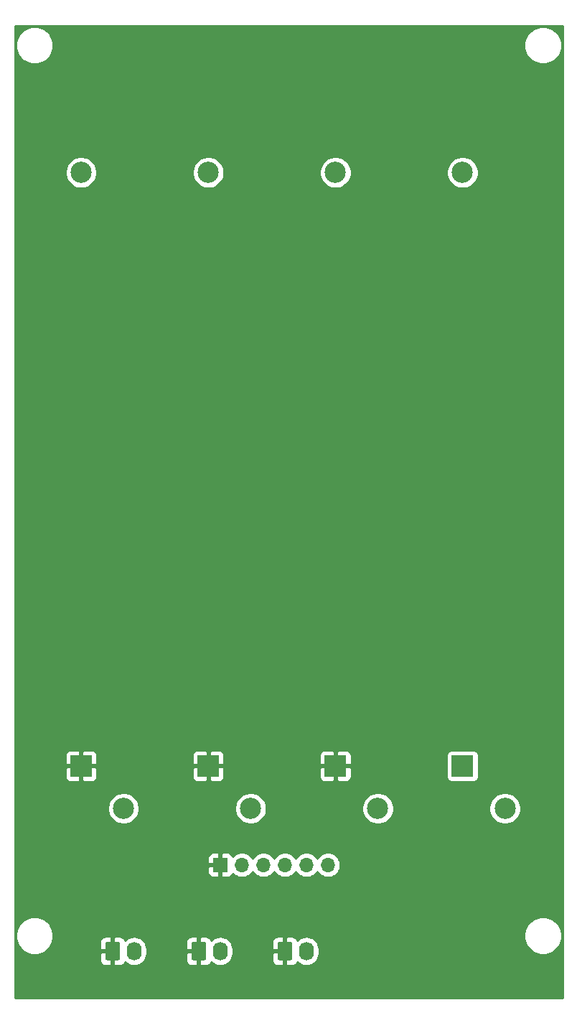
<source format=gbr>
%TF.GenerationSoftware,KiCad,Pcbnew,5.1.10-88a1d61d58~90~ubuntu20.04.1*%
%TF.CreationDate,2021-08-07T12:40:56-04:00*%
%TF.ProjectId,ao_audio_mixer,616f5f61-7564-4696-9f5f-6d697865722e,rev?*%
%TF.SameCoordinates,Original*%
%TF.FileFunction,Copper,L2,Bot*%
%TF.FilePolarity,Positive*%
%FSLAX46Y46*%
G04 Gerber Fmt 4.6, Leading zero omitted, Abs format (unit mm)*
G04 Created by KiCad (PCBNEW 5.1.10-88a1d61d58~90~ubuntu20.04.1) date 2021-08-07 12:40:56*
%MOMM*%
%LPD*%
G01*
G04 APERTURE LIST*
%TA.AperFunction,ComponentPad*%
%ADD10R,2.500000X2.500000*%
%TD*%
%TA.AperFunction,ComponentPad*%
%ADD11C,2.500000*%
%TD*%
%TA.AperFunction,ComponentPad*%
%ADD12O,1.700000X1.700000*%
%TD*%
%TA.AperFunction,ComponentPad*%
%ADD13R,1.700000X1.700000*%
%TD*%
%TA.AperFunction,ComponentPad*%
%ADD14O,1.740000X2.200000*%
%TD*%
%TA.AperFunction,Conductor*%
%ADD15C,0.254000*%
%TD*%
%TA.AperFunction,Conductor*%
%ADD16C,0.100000*%
%TD*%
G04 APERTURE END LIST*
D10*
%TO.P,RV4,1*%
%TO.N,GND1*%
X195500000Y-124000000D03*
D11*
%TO.P,RV4,2*%
%TO.N,Net-(J5-Pad4)*%
X200500000Y-129000000D03*
%TO.P,RV4,3*%
%TO.N,/IN3*%
X195500000Y-54000000D03*
%TD*%
D12*
%TO.P,J5,6*%
%TO.N,Net-(J5-Pad6)*%
X194620000Y-135680000D03*
%TO.P,J5,5*%
%TO.N,Net-(J5-Pad5)*%
X192080000Y-135680000D03*
%TO.P,J5,4*%
%TO.N,Net-(J5-Pad4)*%
X189540000Y-135680000D03*
%TO.P,J5,3*%
%TO.N,Net-(J5-Pad3)*%
X187000000Y-135680000D03*
%TO.P,J5,2*%
%TO.N,Net-(J5-Pad2)*%
X184460000Y-135680000D03*
D13*
%TO.P,J5,1*%
%TO.N,GND1*%
X181920000Y-135680000D03*
%TD*%
%TO.P,J2,1*%
%TO.N,GND1*%
%TA.AperFunction,ComponentPad*%
G36*
G01*
X178510000Y-146690001D02*
X178510000Y-144989999D01*
G75*
G02*
X178759999Y-144740000I249999J0D01*
G01*
X180000001Y-144740000D01*
G75*
G02*
X180250000Y-144989999I0J-249999D01*
G01*
X180250000Y-146690001D01*
G75*
G02*
X180000001Y-146940000I-249999J0D01*
G01*
X178759999Y-146940000D01*
G75*
G02*
X178510000Y-146690001I0J249999D01*
G01*
G37*
%TD.AperFunction*%
D14*
%TO.P,J2,2*%
%TO.N,/IN2*%
X181920000Y-145840000D03*
%TD*%
%TO.P,J1,1*%
%TO.N,GND1*%
%TA.AperFunction,ComponentPad*%
G36*
G01*
X168350000Y-146690001D02*
X168350000Y-144989999D01*
G75*
G02*
X168599999Y-144740000I249999J0D01*
G01*
X169840001Y-144740000D01*
G75*
G02*
X170090000Y-144989999I0J-249999D01*
G01*
X170090000Y-146690001D01*
G75*
G02*
X169840001Y-146940000I-249999J0D01*
G01*
X168599999Y-146940000D01*
G75*
G02*
X168350000Y-146690001I0J249999D01*
G01*
G37*
%TD.AperFunction*%
%TO.P,J1,2*%
%TO.N,/IN1*%
X171760000Y-145840000D03*
%TD*%
D10*
%TO.P,RV1,1*%
%TO.N,Net-(J5-Pad5)*%
X210500000Y-124000000D03*
D11*
%TO.P,RV1,2*%
%TO.N,Net-(J5-Pad6)*%
X215500000Y-129000000D03*
%TO.P,RV1,3*%
X210500000Y-54000000D03*
%TD*%
D10*
%TO.P,RV2,1*%
%TO.N,GND1*%
X165500000Y-124000000D03*
D11*
%TO.P,RV2,2*%
%TO.N,Net-(J5-Pad2)*%
X170500000Y-129000000D03*
%TO.P,RV2,3*%
%TO.N,/IN1*%
X165500000Y-54000000D03*
%TD*%
D10*
%TO.P,RV3,1*%
%TO.N,GND1*%
X180500000Y-124000000D03*
D11*
%TO.P,RV3,2*%
%TO.N,Net-(J5-Pad3)*%
X185500000Y-129000000D03*
%TO.P,RV3,3*%
%TO.N,/IN2*%
X180500000Y-54000000D03*
%TD*%
%TO.P,J3,1*%
%TO.N,GND1*%
%TA.AperFunction,ComponentPad*%
G36*
G01*
X188670000Y-146690001D02*
X188670000Y-144989999D01*
G75*
G02*
X188919999Y-144740000I249999J0D01*
G01*
X190160001Y-144740000D01*
G75*
G02*
X190410000Y-144989999I0J-249999D01*
G01*
X190410000Y-146690001D01*
G75*
G02*
X190160001Y-146940000I-249999J0D01*
G01*
X188919999Y-146940000D01*
G75*
G02*
X188670000Y-146690001I0J249999D01*
G01*
G37*
%TD.AperFunction*%
D14*
%TO.P,J3,2*%
%TO.N,/IN3*%
X192080000Y-145840000D03*
%TD*%
D15*
%TO.N,GND1*%
X222315001Y-151315000D02*
X157685000Y-151315000D01*
X157685000Y-146940000D01*
X167711928Y-146940000D01*
X167724188Y-147064482D01*
X167760498Y-147184180D01*
X167819463Y-147294494D01*
X167898815Y-147391185D01*
X167995506Y-147470537D01*
X168105820Y-147529502D01*
X168225518Y-147565812D01*
X168350000Y-147578072D01*
X168934250Y-147575000D01*
X169093000Y-147416250D01*
X169093000Y-145967000D01*
X167873750Y-145967000D01*
X167715000Y-146125750D01*
X167711928Y-146940000D01*
X157685000Y-146940000D01*
X157685000Y-143779872D01*
X157765000Y-143779872D01*
X157765000Y-144220128D01*
X157850890Y-144651925D01*
X158019369Y-145058669D01*
X158263962Y-145424729D01*
X158575271Y-145736038D01*
X158941331Y-145980631D01*
X159348075Y-146149110D01*
X159779872Y-146235000D01*
X160220128Y-146235000D01*
X160651925Y-146149110D01*
X161058669Y-145980631D01*
X161424729Y-145736038D01*
X161736038Y-145424729D01*
X161980631Y-145058669D01*
X162112628Y-144740000D01*
X167711928Y-144740000D01*
X167715000Y-145554250D01*
X167873750Y-145713000D01*
X169093000Y-145713000D01*
X169093000Y-144263750D01*
X169347000Y-144263750D01*
X169347000Y-145713000D01*
X169367000Y-145713000D01*
X169367000Y-145967000D01*
X169347000Y-145967000D01*
X169347000Y-147416250D01*
X169505750Y-147575000D01*
X170090000Y-147578072D01*
X170214482Y-147565812D01*
X170334180Y-147529502D01*
X170444494Y-147470537D01*
X170541185Y-147391185D01*
X170620537Y-147294494D01*
X170679502Y-147184180D01*
X170692615Y-147140953D01*
X170919822Y-147327417D01*
X171181276Y-147467166D01*
X171464969Y-147553224D01*
X171760000Y-147582282D01*
X172055032Y-147553224D01*
X172338725Y-147467166D01*
X172600179Y-147327417D01*
X172829345Y-147139345D01*
X172992943Y-146940000D01*
X177871928Y-146940000D01*
X177884188Y-147064482D01*
X177920498Y-147184180D01*
X177979463Y-147294494D01*
X178058815Y-147391185D01*
X178155506Y-147470537D01*
X178265820Y-147529502D01*
X178385518Y-147565812D01*
X178510000Y-147578072D01*
X179094250Y-147575000D01*
X179253000Y-147416250D01*
X179253000Y-145967000D01*
X178033750Y-145967000D01*
X177875000Y-146125750D01*
X177871928Y-146940000D01*
X172992943Y-146940000D01*
X173017417Y-146910179D01*
X173157166Y-146648724D01*
X173243224Y-146365031D01*
X173265000Y-146143935D01*
X173265000Y-145536064D01*
X173243224Y-145314968D01*
X173157166Y-145031275D01*
X173017417Y-144769821D01*
X172992944Y-144740000D01*
X177871928Y-144740000D01*
X177875000Y-145554250D01*
X178033750Y-145713000D01*
X179253000Y-145713000D01*
X179253000Y-144263750D01*
X179507000Y-144263750D01*
X179507000Y-145713000D01*
X179527000Y-145713000D01*
X179527000Y-145967000D01*
X179507000Y-145967000D01*
X179507000Y-147416250D01*
X179665750Y-147575000D01*
X180250000Y-147578072D01*
X180374482Y-147565812D01*
X180494180Y-147529502D01*
X180604494Y-147470537D01*
X180701185Y-147391185D01*
X180780537Y-147294494D01*
X180839502Y-147184180D01*
X180852615Y-147140953D01*
X181079822Y-147327417D01*
X181341276Y-147467166D01*
X181624969Y-147553224D01*
X181920000Y-147582282D01*
X182215032Y-147553224D01*
X182498725Y-147467166D01*
X182760179Y-147327417D01*
X182989345Y-147139345D01*
X183152943Y-146940000D01*
X188031928Y-146940000D01*
X188044188Y-147064482D01*
X188080498Y-147184180D01*
X188139463Y-147294494D01*
X188218815Y-147391185D01*
X188315506Y-147470537D01*
X188425820Y-147529502D01*
X188545518Y-147565812D01*
X188670000Y-147578072D01*
X189254250Y-147575000D01*
X189413000Y-147416250D01*
X189413000Y-145967000D01*
X188193750Y-145967000D01*
X188035000Y-146125750D01*
X188031928Y-146940000D01*
X183152943Y-146940000D01*
X183177417Y-146910179D01*
X183317166Y-146648724D01*
X183403224Y-146365031D01*
X183425000Y-146143935D01*
X183425000Y-145536064D01*
X183403224Y-145314968D01*
X183317166Y-145031275D01*
X183177417Y-144769821D01*
X183152944Y-144740000D01*
X188031928Y-144740000D01*
X188035000Y-145554250D01*
X188193750Y-145713000D01*
X189413000Y-145713000D01*
X189413000Y-144263750D01*
X189667000Y-144263750D01*
X189667000Y-145713000D01*
X189687000Y-145713000D01*
X189687000Y-145967000D01*
X189667000Y-145967000D01*
X189667000Y-147416250D01*
X189825750Y-147575000D01*
X190410000Y-147578072D01*
X190534482Y-147565812D01*
X190654180Y-147529502D01*
X190764494Y-147470537D01*
X190861185Y-147391185D01*
X190940537Y-147294494D01*
X190999502Y-147184180D01*
X191012615Y-147140953D01*
X191239822Y-147327417D01*
X191501276Y-147467166D01*
X191784969Y-147553224D01*
X192080000Y-147582282D01*
X192375032Y-147553224D01*
X192658725Y-147467166D01*
X192920179Y-147327417D01*
X193149345Y-147139345D01*
X193337417Y-146910179D01*
X193477166Y-146648724D01*
X193563224Y-146365031D01*
X193585000Y-146143935D01*
X193585000Y-145536064D01*
X193563224Y-145314968D01*
X193477166Y-145031275D01*
X193337417Y-144769821D01*
X193149345Y-144540655D01*
X192920178Y-144352583D01*
X192658724Y-144212834D01*
X192375031Y-144126776D01*
X192080000Y-144097718D01*
X191784968Y-144126776D01*
X191501275Y-144212834D01*
X191239821Y-144352583D01*
X191012615Y-144539047D01*
X190999502Y-144495820D01*
X190940537Y-144385506D01*
X190861185Y-144288815D01*
X190764494Y-144209463D01*
X190654180Y-144150498D01*
X190534482Y-144114188D01*
X190410000Y-144101928D01*
X189825750Y-144105000D01*
X189667000Y-144263750D01*
X189413000Y-144263750D01*
X189254250Y-144105000D01*
X188670000Y-144101928D01*
X188545518Y-144114188D01*
X188425820Y-144150498D01*
X188315506Y-144209463D01*
X188218815Y-144288815D01*
X188139463Y-144385506D01*
X188080498Y-144495820D01*
X188044188Y-144615518D01*
X188031928Y-144740000D01*
X183152944Y-144740000D01*
X182989345Y-144540655D01*
X182760178Y-144352583D01*
X182498724Y-144212834D01*
X182215031Y-144126776D01*
X181920000Y-144097718D01*
X181624968Y-144126776D01*
X181341275Y-144212834D01*
X181079821Y-144352583D01*
X180852615Y-144539047D01*
X180839502Y-144495820D01*
X180780537Y-144385506D01*
X180701185Y-144288815D01*
X180604494Y-144209463D01*
X180494180Y-144150498D01*
X180374482Y-144114188D01*
X180250000Y-144101928D01*
X179665750Y-144105000D01*
X179507000Y-144263750D01*
X179253000Y-144263750D01*
X179094250Y-144105000D01*
X178510000Y-144101928D01*
X178385518Y-144114188D01*
X178265820Y-144150498D01*
X178155506Y-144209463D01*
X178058815Y-144288815D01*
X177979463Y-144385506D01*
X177920498Y-144495820D01*
X177884188Y-144615518D01*
X177871928Y-144740000D01*
X172992944Y-144740000D01*
X172829345Y-144540655D01*
X172600178Y-144352583D01*
X172338724Y-144212834D01*
X172055031Y-144126776D01*
X171760000Y-144097718D01*
X171464968Y-144126776D01*
X171181275Y-144212834D01*
X170919821Y-144352583D01*
X170692615Y-144539047D01*
X170679502Y-144495820D01*
X170620537Y-144385506D01*
X170541185Y-144288815D01*
X170444494Y-144209463D01*
X170334180Y-144150498D01*
X170214482Y-144114188D01*
X170090000Y-144101928D01*
X169505750Y-144105000D01*
X169347000Y-144263750D01*
X169093000Y-144263750D01*
X168934250Y-144105000D01*
X168350000Y-144101928D01*
X168225518Y-144114188D01*
X168105820Y-144150498D01*
X167995506Y-144209463D01*
X167898815Y-144288815D01*
X167819463Y-144385506D01*
X167760498Y-144495820D01*
X167724188Y-144615518D01*
X167711928Y-144740000D01*
X162112628Y-144740000D01*
X162149110Y-144651925D01*
X162235000Y-144220128D01*
X162235000Y-143779872D01*
X217765000Y-143779872D01*
X217765000Y-144220128D01*
X217850890Y-144651925D01*
X218019369Y-145058669D01*
X218263962Y-145424729D01*
X218575271Y-145736038D01*
X218941331Y-145980631D01*
X219348075Y-146149110D01*
X219779872Y-146235000D01*
X220220128Y-146235000D01*
X220651925Y-146149110D01*
X221058669Y-145980631D01*
X221424729Y-145736038D01*
X221736038Y-145424729D01*
X221980631Y-145058669D01*
X222149110Y-144651925D01*
X222235000Y-144220128D01*
X222235000Y-143779872D01*
X222149110Y-143348075D01*
X221980631Y-142941331D01*
X221736038Y-142575271D01*
X221424729Y-142263962D01*
X221058669Y-142019369D01*
X220651925Y-141850890D01*
X220220128Y-141765000D01*
X219779872Y-141765000D01*
X219348075Y-141850890D01*
X218941331Y-142019369D01*
X218575271Y-142263962D01*
X218263962Y-142575271D01*
X218019369Y-142941331D01*
X217850890Y-143348075D01*
X217765000Y-143779872D01*
X162235000Y-143779872D01*
X162149110Y-143348075D01*
X161980631Y-142941331D01*
X161736038Y-142575271D01*
X161424729Y-142263962D01*
X161058669Y-142019369D01*
X160651925Y-141850890D01*
X160220128Y-141765000D01*
X159779872Y-141765000D01*
X159348075Y-141850890D01*
X158941331Y-142019369D01*
X158575271Y-142263962D01*
X158263962Y-142575271D01*
X158019369Y-142941331D01*
X157850890Y-143348075D01*
X157765000Y-143779872D01*
X157685000Y-143779872D01*
X157685000Y-136530000D01*
X180431928Y-136530000D01*
X180444188Y-136654482D01*
X180480498Y-136774180D01*
X180539463Y-136884494D01*
X180618815Y-136981185D01*
X180715506Y-137060537D01*
X180825820Y-137119502D01*
X180945518Y-137155812D01*
X181070000Y-137168072D01*
X181634250Y-137165000D01*
X181793000Y-137006250D01*
X181793000Y-135807000D01*
X180593750Y-135807000D01*
X180435000Y-135965750D01*
X180431928Y-136530000D01*
X157685000Y-136530000D01*
X157685000Y-134830000D01*
X180431928Y-134830000D01*
X180435000Y-135394250D01*
X180593750Y-135553000D01*
X181793000Y-135553000D01*
X181793000Y-134353750D01*
X182047000Y-134353750D01*
X182047000Y-135553000D01*
X182067000Y-135553000D01*
X182067000Y-135807000D01*
X182047000Y-135807000D01*
X182047000Y-137006250D01*
X182205750Y-137165000D01*
X182770000Y-137168072D01*
X182894482Y-137155812D01*
X183014180Y-137119502D01*
X183124494Y-137060537D01*
X183221185Y-136981185D01*
X183300537Y-136884494D01*
X183359502Y-136774180D01*
X183381513Y-136701620D01*
X183513368Y-136833475D01*
X183756589Y-136995990D01*
X184026842Y-137107932D01*
X184313740Y-137165000D01*
X184606260Y-137165000D01*
X184893158Y-137107932D01*
X185163411Y-136995990D01*
X185406632Y-136833475D01*
X185613475Y-136626632D01*
X185730000Y-136452240D01*
X185846525Y-136626632D01*
X186053368Y-136833475D01*
X186296589Y-136995990D01*
X186566842Y-137107932D01*
X186853740Y-137165000D01*
X187146260Y-137165000D01*
X187433158Y-137107932D01*
X187703411Y-136995990D01*
X187946632Y-136833475D01*
X188153475Y-136626632D01*
X188270000Y-136452240D01*
X188386525Y-136626632D01*
X188593368Y-136833475D01*
X188836589Y-136995990D01*
X189106842Y-137107932D01*
X189393740Y-137165000D01*
X189686260Y-137165000D01*
X189973158Y-137107932D01*
X190243411Y-136995990D01*
X190486632Y-136833475D01*
X190693475Y-136626632D01*
X190810000Y-136452240D01*
X190926525Y-136626632D01*
X191133368Y-136833475D01*
X191376589Y-136995990D01*
X191646842Y-137107932D01*
X191933740Y-137165000D01*
X192226260Y-137165000D01*
X192513158Y-137107932D01*
X192783411Y-136995990D01*
X193026632Y-136833475D01*
X193233475Y-136626632D01*
X193350000Y-136452240D01*
X193466525Y-136626632D01*
X193673368Y-136833475D01*
X193916589Y-136995990D01*
X194186842Y-137107932D01*
X194473740Y-137165000D01*
X194766260Y-137165000D01*
X195053158Y-137107932D01*
X195323411Y-136995990D01*
X195566632Y-136833475D01*
X195773475Y-136626632D01*
X195935990Y-136383411D01*
X196047932Y-136113158D01*
X196105000Y-135826260D01*
X196105000Y-135533740D01*
X196047932Y-135246842D01*
X195935990Y-134976589D01*
X195773475Y-134733368D01*
X195566632Y-134526525D01*
X195323411Y-134364010D01*
X195053158Y-134252068D01*
X194766260Y-134195000D01*
X194473740Y-134195000D01*
X194186842Y-134252068D01*
X193916589Y-134364010D01*
X193673368Y-134526525D01*
X193466525Y-134733368D01*
X193350000Y-134907760D01*
X193233475Y-134733368D01*
X193026632Y-134526525D01*
X192783411Y-134364010D01*
X192513158Y-134252068D01*
X192226260Y-134195000D01*
X191933740Y-134195000D01*
X191646842Y-134252068D01*
X191376589Y-134364010D01*
X191133368Y-134526525D01*
X190926525Y-134733368D01*
X190810000Y-134907760D01*
X190693475Y-134733368D01*
X190486632Y-134526525D01*
X190243411Y-134364010D01*
X189973158Y-134252068D01*
X189686260Y-134195000D01*
X189393740Y-134195000D01*
X189106842Y-134252068D01*
X188836589Y-134364010D01*
X188593368Y-134526525D01*
X188386525Y-134733368D01*
X188270000Y-134907760D01*
X188153475Y-134733368D01*
X187946632Y-134526525D01*
X187703411Y-134364010D01*
X187433158Y-134252068D01*
X187146260Y-134195000D01*
X186853740Y-134195000D01*
X186566842Y-134252068D01*
X186296589Y-134364010D01*
X186053368Y-134526525D01*
X185846525Y-134733368D01*
X185730000Y-134907760D01*
X185613475Y-134733368D01*
X185406632Y-134526525D01*
X185163411Y-134364010D01*
X184893158Y-134252068D01*
X184606260Y-134195000D01*
X184313740Y-134195000D01*
X184026842Y-134252068D01*
X183756589Y-134364010D01*
X183513368Y-134526525D01*
X183381513Y-134658380D01*
X183359502Y-134585820D01*
X183300537Y-134475506D01*
X183221185Y-134378815D01*
X183124494Y-134299463D01*
X183014180Y-134240498D01*
X182894482Y-134204188D01*
X182770000Y-134191928D01*
X182205750Y-134195000D01*
X182047000Y-134353750D01*
X181793000Y-134353750D01*
X181634250Y-134195000D01*
X181070000Y-134191928D01*
X180945518Y-134204188D01*
X180825820Y-134240498D01*
X180715506Y-134299463D01*
X180618815Y-134378815D01*
X180539463Y-134475506D01*
X180480498Y-134585820D01*
X180444188Y-134705518D01*
X180431928Y-134830000D01*
X157685000Y-134830000D01*
X157685000Y-128814344D01*
X168615000Y-128814344D01*
X168615000Y-129185656D01*
X168687439Y-129549834D01*
X168829534Y-129892882D01*
X169035825Y-130201618D01*
X169298382Y-130464175D01*
X169607118Y-130670466D01*
X169950166Y-130812561D01*
X170314344Y-130885000D01*
X170685656Y-130885000D01*
X171049834Y-130812561D01*
X171392882Y-130670466D01*
X171701618Y-130464175D01*
X171964175Y-130201618D01*
X172170466Y-129892882D01*
X172312561Y-129549834D01*
X172385000Y-129185656D01*
X172385000Y-128814344D01*
X183615000Y-128814344D01*
X183615000Y-129185656D01*
X183687439Y-129549834D01*
X183829534Y-129892882D01*
X184035825Y-130201618D01*
X184298382Y-130464175D01*
X184607118Y-130670466D01*
X184950166Y-130812561D01*
X185314344Y-130885000D01*
X185685656Y-130885000D01*
X186049834Y-130812561D01*
X186392882Y-130670466D01*
X186701618Y-130464175D01*
X186964175Y-130201618D01*
X187170466Y-129892882D01*
X187312561Y-129549834D01*
X187385000Y-129185656D01*
X187385000Y-128814344D01*
X198615000Y-128814344D01*
X198615000Y-129185656D01*
X198687439Y-129549834D01*
X198829534Y-129892882D01*
X199035825Y-130201618D01*
X199298382Y-130464175D01*
X199607118Y-130670466D01*
X199950166Y-130812561D01*
X200314344Y-130885000D01*
X200685656Y-130885000D01*
X201049834Y-130812561D01*
X201392882Y-130670466D01*
X201701618Y-130464175D01*
X201964175Y-130201618D01*
X202170466Y-129892882D01*
X202312561Y-129549834D01*
X202385000Y-129185656D01*
X202385000Y-128814344D01*
X213615000Y-128814344D01*
X213615000Y-129185656D01*
X213687439Y-129549834D01*
X213829534Y-129892882D01*
X214035825Y-130201618D01*
X214298382Y-130464175D01*
X214607118Y-130670466D01*
X214950166Y-130812561D01*
X215314344Y-130885000D01*
X215685656Y-130885000D01*
X216049834Y-130812561D01*
X216392882Y-130670466D01*
X216701618Y-130464175D01*
X216964175Y-130201618D01*
X217170466Y-129892882D01*
X217312561Y-129549834D01*
X217385000Y-129185656D01*
X217385000Y-128814344D01*
X217312561Y-128450166D01*
X217170466Y-128107118D01*
X216964175Y-127798382D01*
X216701618Y-127535825D01*
X216392882Y-127329534D01*
X216049834Y-127187439D01*
X215685656Y-127115000D01*
X215314344Y-127115000D01*
X214950166Y-127187439D01*
X214607118Y-127329534D01*
X214298382Y-127535825D01*
X214035825Y-127798382D01*
X213829534Y-128107118D01*
X213687439Y-128450166D01*
X213615000Y-128814344D01*
X202385000Y-128814344D01*
X202312561Y-128450166D01*
X202170466Y-128107118D01*
X201964175Y-127798382D01*
X201701618Y-127535825D01*
X201392882Y-127329534D01*
X201049834Y-127187439D01*
X200685656Y-127115000D01*
X200314344Y-127115000D01*
X199950166Y-127187439D01*
X199607118Y-127329534D01*
X199298382Y-127535825D01*
X199035825Y-127798382D01*
X198829534Y-128107118D01*
X198687439Y-128450166D01*
X198615000Y-128814344D01*
X187385000Y-128814344D01*
X187312561Y-128450166D01*
X187170466Y-128107118D01*
X186964175Y-127798382D01*
X186701618Y-127535825D01*
X186392882Y-127329534D01*
X186049834Y-127187439D01*
X185685656Y-127115000D01*
X185314344Y-127115000D01*
X184950166Y-127187439D01*
X184607118Y-127329534D01*
X184298382Y-127535825D01*
X184035825Y-127798382D01*
X183829534Y-128107118D01*
X183687439Y-128450166D01*
X183615000Y-128814344D01*
X172385000Y-128814344D01*
X172312561Y-128450166D01*
X172170466Y-128107118D01*
X171964175Y-127798382D01*
X171701618Y-127535825D01*
X171392882Y-127329534D01*
X171049834Y-127187439D01*
X170685656Y-127115000D01*
X170314344Y-127115000D01*
X169950166Y-127187439D01*
X169607118Y-127329534D01*
X169298382Y-127535825D01*
X169035825Y-127798382D01*
X168829534Y-128107118D01*
X168687439Y-128450166D01*
X168615000Y-128814344D01*
X157685000Y-128814344D01*
X157685000Y-125250000D01*
X163611928Y-125250000D01*
X163624188Y-125374482D01*
X163660498Y-125494180D01*
X163719463Y-125604494D01*
X163798815Y-125701185D01*
X163895506Y-125780537D01*
X164005820Y-125839502D01*
X164125518Y-125875812D01*
X164250000Y-125888072D01*
X165214250Y-125885000D01*
X165373000Y-125726250D01*
X165373000Y-124127000D01*
X165627000Y-124127000D01*
X165627000Y-125726250D01*
X165785750Y-125885000D01*
X166750000Y-125888072D01*
X166874482Y-125875812D01*
X166994180Y-125839502D01*
X167104494Y-125780537D01*
X167201185Y-125701185D01*
X167280537Y-125604494D01*
X167339502Y-125494180D01*
X167375812Y-125374482D01*
X167388072Y-125250000D01*
X178611928Y-125250000D01*
X178624188Y-125374482D01*
X178660498Y-125494180D01*
X178719463Y-125604494D01*
X178798815Y-125701185D01*
X178895506Y-125780537D01*
X179005820Y-125839502D01*
X179125518Y-125875812D01*
X179250000Y-125888072D01*
X180214250Y-125885000D01*
X180373000Y-125726250D01*
X180373000Y-124127000D01*
X180627000Y-124127000D01*
X180627000Y-125726250D01*
X180785750Y-125885000D01*
X181750000Y-125888072D01*
X181874482Y-125875812D01*
X181994180Y-125839502D01*
X182104494Y-125780537D01*
X182201185Y-125701185D01*
X182280537Y-125604494D01*
X182339502Y-125494180D01*
X182375812Y-125374482D01*
X182388072Y-125250000D01*
X193611928Y-125250000D01*
X193624188Y-125374482D01*
X193660498Y-125494180D01*
X193719463Y-125604494D01*
X193798815Y-125701185D01*
X193895506Y-125780537D01*
X194005820Y-125839502D01*
X194125518Y-125875812D01*
X194250000Y-125888072D01*
X195214250Y-125885000D01*
X195373000Y-125726250D01*
X195373000Y-124127000D01*
X195627000Y-124127000D01*
X195627000Y-125726250D01*
X195785750Y-125885000D01*
X196750000Y-125888072D01*
X196874482Y-125875812D01*
X196994180Y-125839502D01*
X197104494Y-125780537D01*
X197201185Y-125701185D01*
X197280537Y-125604494D01*
X197339502Y-125494180D01*
X197375812Y-125374482D01*
X197388072Y-125250000D01*
X197385000Y-124285750D01*
X197226250Y-124127000D01*
X195627000Y-124127000D01*
X195373000Y-124127000D01*
X193773750Y-124127000D01*
X193615000Y-124285750D01*
X193611928Y-125250000D01*
X182388072Y-125250000D01*
X182385000Y-124285750D01*
X182226250Y-124127000D01*
X180627000Y-124127000D01*
X180373000Y-124127000D01*
X178773750Y-124127000D01*
X178615000Y-124285750D01*
X178611928Y-125250000D01*
X167388072Y-125250000D01*
X167385000Y-124285750D01*
X167226250Y-124127000D01*
X165627000Y-124127000D01*
X165373000Y-124127000D01*
X163773750Y-124127000D01*
X163615000Y-124285750D01*
X163611928Y-125250000D01*
X157685000Y-125250000D01*
X157685000Y-122750000D01*
X163611928Y-122750000D01*
X163615000Y-123714250D01*
X163773750Y-123873000D01*
X165373000Y-123873000D01*
X165373000Y-122273750D01*
X165627000Y-122273750D01*
X165627000Y-123873000D01*
X167226250Y-123873000D01*
X167385000Y-123714250D01*
X167388072Y-122750000D01*
X178611928Y-122750000D01*
X178615000Y-123714250D01*
X178773750Y-123873000D01*
X180373000Y-123873000D01*
X180373000Y-122273750D01*
X180627000Y-122273750D01*
X180627000Y-123873000D01*
X182226250Y-123873000D01*
X182385000Y-123714250D01*
X182388072Y-122750000D01*
X193611928Y-122750000D01*
X193615000Y-123714250D01*
X193773750Y-123873000D01*
X195373000Y-123873000D01*
X195373000Y-122273750D01*
X195627000Y-122273750D01*
X195627000Y-123873000D01*
X197226250Y-123873000D01*
X197385000Y-123714250D01*
X197388072Y-122750000D01*
X208611928Y-122750000D01*
X208611928Y-125250000D01*
X208624188Y-125374482D01*
X208660498Y-125494180D01*
X208719463Y-125604494D01*
X208798815Y-125701185D01*
X208895506Y-125780537D01*
X209005820Y-125839502D01*
X209125518Y-125875812D01*
X209250000Y-125888072D01*
X211750000Y-125888072D01*
X211874482Y-125875812D01*
X211994180Y-125839502D01*
X212104494Y-125780537D01*
X212201185Y-125701185D01*
X212280537Y-125604494D01*
X212339502Y-125494180D01*
X212375812Y-125374482D01*
X212388072Y-125250000D01*
X212388072Y-122750000D01*
X212375812Y-122625518D01*
X212339502Y-122505820D01*
X212280537Y-122395506D01*
X212201185Y-122298815D01*
X212104494Y-122219463D01*
X211994180Y-122160498D01*
X211874482Y-122124188D01*
X211750000Y-122111928D01*
X209250000Y-122111928D01*
X209125518Y-122124188D01*
X209005820Y-122160498D01*
X208895506Y-122219463D01*
X208798815Y-122298815D01*
X208719463Y-122395506D01*
X208660498Y-122505820D01*
X208624188Y-122625518D01*
X208611928Y-122750000D01*
X197388072Y-122750000D01*
X197375812Y-122625518D01*
X197339502Y-122505820D01*
X197280537Y-122395506D01*
X197201185Y-122298815D01*
X197104494Y-122219463D01*
X196994180Y-122160498D01*
X196874482Y-122124188D01*
X196750000Y-122111928D01*
X195785750Y-122115000D01*
X195627000Y-122273750D01*
X195373000Y-122273750D01*
X195214250Y-122115000D01*
X194250000Y-122111928D01*
X194125518Y-122124188D01*
X194005820Y-122160498D01*
X193895506Y-122219463D01*
X193798815Y-122298815D01*
X193719463Y-122395506D01*
X193660498Y-122505820D01*
X193624188Y-122625518D01*
X193611928Y-122750000D01*
X182388072Y-122750000D01*
X182375812Y-122625518D01*
X182339502Y-122505820D01*
X182280537Y-122395506D01*
X182201185Y-122298815D01*
X182104494Y-122219463D01*
X181994180Y-122160498D01*
X181874482Y-122124188D01*
X181750000Y-122111928D01*
X180785750Y-122115000D01*
X180627000Y-122273750D01*
X180373000Y-122273750D01*
X180214250Y-122115000D01*
X179250000Y-122111928D01*
X179125518Y-122124188D01*
X179005820Y-122160498D01*
X178895506Y-122219463D01*
X178798815Y-122298815D01*
X178719463Y-122395506D01*
X178660498Y-122505820D01*
X178624188Y-122625518D01*
X178611928Y-122750000D01*
X167388072Y-122750000D01*
X167375812Y-122625518D01*
X167339502Y-122505820D01*
X167280537Y-122395506D01*
X167201185Y-122298815D01*
X167104494Y-122219463D01*
X166994180Y-122160498D01*
X166874482Y-122124188D01*
X166750000Y-122111928D01*
X165785750Y-122115000D01*
X165627000Y-122273750D01*
X165373000Y-122273750D01*
X165214250Y-122115000D01*
X164250000Y-122111928D01*
X164125518Y-122124188D01*
X164005820Y-122160498D01*
X163895506Y-122219463D01*
X163798815Y-122298815D01*
X163719463Y-122395506D01*
X163660498Y-122505820D01*
X163624188Y-122625518D01*
X163611928Y-122750000D01*
X157685000Y-122750000D01*
X157685000Y-53814344D01*
X163615000Y-53814344D01*
X163615000Y-54185656D01*
X163687439Y-54549834D01*
X163829534Y-54892882D01*
X164035825Y-55201618D01*
X164298382Y-55464175D01*
X164607118Y-55670466D01*
X164950166Y-55812561D01*
X165314344Y-55885000D01*
X165685656Y-55885000D01*
X166049834Y-55812561D01*
X166392882Y-55670466D01*
X166701618Y-55464175D01*
X166964175Y-55201618D01*
X167170466Y-54892882D01*
X167312561Y-54549834D01*
X167385000Y-54185656D01*
X167385000Y-53814344D01*
X178615000Y-53814344D01*
X178615000Y-54185656D01*
X178687439Y-54549834D01*
X178829534Y-54892882D01*
X179035825Y-55201618D01*
X179298382Y-55464175D01*
X179607118Y-55670466D01*
X179950166Y-55812561D01*
X180314344Y-55885000D01*
X180685656Y-55885000D01*
X181049834Y-55812561D01*
X181392882Y-55670466D01*
X181701618Y-55464175D01*
X181964175Y-55201618D01*
X182170466Y-54892882D01*
X182312561Y-54549834D01*
X182385000Y-54185656D01*
X182385000Y-53814344D01*
X193615000Y-53814344D01*
X193615000Y-54185656D01*
X193687439Y-54549834D01*
X193829534Y-54892882D01*
X194035825Y-55201618D01*
X194298382Y-55464175D01*
X194607118Y-55670466D01*
X194950166Y-55812561D01*
X195314344Y-55885000D01*
X195685656Y-55885000D01*
X196049834Y-55812561D01*
X196392882Y-55670466D01*
X196701618Y-55464175D01*
X196964175Y-55201618D01*
X197170466Y-54892882D01*
X197312561Y-54549834D01*
X197385000Y-54185656D01*
X197385000Y-53814344D01*
X208615000Y-53814344D01*
X208615000Y-54185656D01*
X208687439Y-54549834D01*
X208829534Y-54892882D01*
X209035825Y-55201618D01*
X209298382Y-55464175D01*
X209607118Y-55670466D01*
X209950166Y-55812561D01*
X210314344Y-55885000D01*
X210685656Y-55885000D01*
X211049834Y-55812561D01*
X211392882Y-55670466D01*
X211701618Y-55464175D01*
X211964175Y-55201618D01*
X212170466Y-54892882D01*
X212312561Y-54549834D01*
X212385000Y-54185656D01*
X212385000Y-53814344D01*
X212312561Y-53450166D01*
X212170466Y-53107118D01*
X211964175Y-52798382D01*
X211701618Y-52535825D01*
X211392882Y-52329534D01*
X211049834Y-52187439D01*
X210685656Y-52115000D01*
X210314344Y-52115000D01*
X209950166Y-52187439D01*
X209607118Y-52329534D01*
X209298382Y-52535825D01*
X209035825Y-52798382D01*
X208829534Y-53107118D01*
X208687439Y-53450166D01*
X208615000Y-53814344D01*
X197385000Y-53814344D01*
X197312561Y-53450166D01*
X197170466Y-53107118D01*
X196964175Y-52798382D01*
X196701618Y-52535825D01*
X196392882Y-52329534D01*
X196049834Y-52187439D01*
X195685656Y-52115000D01*
X195314344Y-52115000D01*
X194950166Y-52187439D01*
X194607118Y-52329534D01*
X194298382Y-52535825D01*
X194035825Y-52798382D01*
X193829534Y-53107118D01*
X193687439Y-53450166D01*
X193615000Y-53814344D01*
X182385000Y-53814344D01*
X182312561Y-53450166D01*
X182170466Y-53107118D01*
X181964175Y-52798382D01*
X181701618Y-52535825D01*
X181392882Y-52329534D01*
X181049834Y-52187439D01*
X180685656Y-52115000D01*
X180314344Y-52115000D01*
X179950166Y-52187439D01*
X179607118Y-52329534D01*
X179298382Y-52535825D01*
X179035825Y-52798382D01*
X178829534Y-53107118D01*
X178687439Y-53450166D01*
X178615000Y-53814344D01*
X167385000Y-53814344D01*
X167312561Y-53450166D01*
X167170466Y-53107118D01*
X166964175Y-52798382D01*
X166701618Y-52535825D01*
X166392882Y-52329534D01*
X166049834Y-52187439D01*
X165685656Y-52115000D01*
X165314344Y-52115000D01*
X164950166Y-52187439D01*
X164607118Y-52329534D01*
X164298382Y-52535825D01*
X164035825Y-52798382D01*
X163829534Y-53107118D01*
X163687439Y-53450166D01*
X163615000Y-53814344D01*
X157685000Y-53814344D01*
X157685000Y-38779872D01*
X157765000Y-38779872D01*
X157765000Y-39220128D01*
X157850890Y-39651925D01*
X158019369Y-40058669D01*
X158263962Y-40424729D01*
X158575271Y-40736038D01*
X158941331Y-40980631D01*
X159348075Y-41149110D01*
X159779872Y-41235000D01*
X160220128Y-41235000D01*
X160651925Y-41149110D01*
X161058669Y-40980631D01*
X161424729Y-40736038D01*
X161736038Y-40424729D01*
X161980631Y-40058669D01*
X162149110Y-39651925D01*
X162235000Y-39220128D01*
X162235000Y-38779872D01*
X217765000Y-38779872D01*
X217765000Y-39220128D01*
X217850890Y-39651925D01*
X218019369Y-40058669D01*
X218263962Y-40424729D01*
X218575271Y-40736038D01*
X218941331Y-40980631D01*
X219348075Y-41149110D01*
X219779872Y-41235000D01*
X220220128Y-41235000D01*
X220651925Y-41149110D01*
X221058669Y-40980631D01*
X221424729Y-40736038D01*
X221736038Y-40424729D01*
X221980631Y-40058669D01*
X222149110Y-39651925D01*
X222235000Y-39220128D01*
X222235000Y-38779872D01*
X222149110Y-38348075D01*
X221980631Y-37941331D01*
X221736038Y-37575271D01*
X221424729Y-37263962D01*
X221058669Y-37019369D01*
X220651925Y-36850890D01*
X220220128Y-36765000D01*
X219779872Y-36765000D01*
X219348075Y-36850890D01*
X218941331Y-37019369D01*
X218575271Y-37263962D01*
X218263962Y-37575271D01*
X218019369Y-37941331D01*
X217850890Y-38348075D01*
X217765000Y-38779872D01*
X162235000Y-38779872D01*
X162149110Y-38348075D01*
X161980631Y-37941331D01*
X161736038Y-37575271D01*
X161424729Y-37263962D01*
X161058669Y-37019369D01*
X160651925Y-36850890D01*
X160220128Y-36765000D01*
X159779872Y-36765000D01*
X159348075Y-36850890D01*
X158941331Y-37019369D01*
X158575271Y-37263962D01*
X158263962Y-37575271D01*
X158019369Y-37941331D01*
X157850890Y-38348075D01*
X157765000Y-38779872D01*
X157685000Y-38779872D01*
X157685000Y-36685000D01*
X222315000Y-36685000D01*
X222315001Y-151315000D01*
%TA.AperFunction,Conductor*%
D16*
G36*
X222315001Y-151315000D02*
G01*
X157685000Y-151315000D01*
X157685000Y-146940000D01*
X167711928Y-146940000D01*
X167724188Y-147064482D01*
X167760498Y-147184180D01*
X167819463Y-147294494D01*
X167898815Y-147391185D01*
X167995506Y-147470537D01*
X168105820Y-147529502D01*
X168225518Y-147565812D01*
X168350000Y-147578072D01*
X168934250Y-147575000D01*
X169093000Y-147416250D01*
X169093000Y-145967000D01*
X167873750Y-145967000D01*
X167715000Y-146125750D01*
X167711928Y-146940000D01*
X157685000Y-146940000D01*
X157685000Y-143779872D01*
X157765000Y-143779872D01*
X157765000Y-144220128D01*
X157850890Y-144651925D01*
X158019369Y-145058669D01*
X158263962Y-145424729D01*
X158575271Y-145736038D01*
X158941331Y-145980631D01*
X159348075Y-146149110D01*
X159779872Y-146235000D01*
X160220128Y-146235000D01*
X160651925Y-146149110D01*
X161058669Y-145980631D01*
X161424729Y-145736038D01*
X161736038Y-145424729D01*
X161980631Y-145058669D01*
X162112628Y-144740000D01*
X167711928Y-144740000D01*
X167715000Y-145554250D01*
X167873750Y-145713000D01*
X169093000Y-145713000D01*
X169093000Y-144263750D01*
X169347000Y-144263750D01*
X169347000Y-145713000D01*
X169367000Y-145713000D01*
X169367000Y-145967000D01*
X169347000Y-145967000D01*
X169347000Y-147416250D01*
X169505750Y-147575000D01*
X170090000Y-147578072D01*
X170214482Y-147565812D01*
X170334180Y-147529502D01*
X170444494Y-147470537D01*
X170541185Y-147391185D01*
X170620537Y-147294494D01*
X170679502Y-147184180D01*
X170692615Y-147140953D01*
X170919822Y-147327417D01*
X171181276Y-147467166D01*
X171464969Y-147553224D01*
X171760000Y-147582282D01*
X172055032Y-147553224D01*
X172338725Y-147467166D01*
X172600179Y-147327417D01*
X172829345Y-147139345D01*
X172992943Y-146940000D01*
X177871928Y-146940000D01*
X177884188Y-147064482D01*
X177920498Y-147184180D01*
X177979463Y-147294494D01*
X178058815Y-147391185D01*
X178155506Y-147470537D01*
X178265820Y-147529502D01*
X178385518Y-147565812D01*
X178510000Y-147578072D01*
X179094250Y-147575000D01*
X179253000Y-147416250D01*
X179253000Y-145967000D01*
X178033750Y-145967000D01*
X177875000Y-146125750D01*
X177871928Y-146940000D01*
X172992943Y-146940000D01*
X173017417Y-146910179D01*
X173157166Y-146648724D01*
X173243224Y-146365031D01*
X173265000Y-146143935D01*
X173265000Y-145536064D01*
X173243224Y-145314968D01*
X173157166Y-145031275D01*
X173017417Y-144769821D01*
X172992944Y-144740000D01*
X177871928Y-144740000D01*
X177875000Y-145554250D01*
X178033750Y-145713000D01*
X179253000Y-145713000D01*
X179253000Y-144263750D01*
X179507000Y-144263750D01*
X179507000Y-145713000D01*
X179527000Y-145713000D01*
X179527000Y-145967000D01*
X179507000Y-145967000D01*
X179507000Y-147416250D01*
X179665750Y-147575000D01*
X180250000Y-147578072D01*
X180374482Y-147565812D01*
X180494180Y-147529502D01*
X180604494Y-147470537D01*
X180701185Y-147391185D01*
X180780537Y-147294494D01*
X180839502Y-147184180D01*
X180852615Y-147140953D01*
X181079822Y-147327417D01*
X181341276Y-147467166D01*
X181624969Y-147553224D01*
X181920000Y-147582282D01*
X182215032Y-147553224D01*
X182498725Y-147467166D01*
X182760179Y-147327417D01*
X182989345Y-147139345D01*
X183152943Y-146940000D01*
X188031928Y-146940000D01*
X188044188Y-147064482D01*
X188080498Y-147184180D01*
X188139463Y-147294494D01*
X188218815Y-147391185D01*
X188315506Y-147470537D01*
X188425820Y-147529502D01*
X188545518Y-147565812D01*
X188670000Y-147578072D01*
X189254250Y-147575000D01*
X189413000Y-147416250D01*
X189413000Y-145967000D01*
X188193750Y-145967000D01*
X188035000Y-146125750D01*
X188031928Y-146940000D01*
X183152943Y-146940000D01*
X183177417Y-146910179D01*
X183317166Y-146648724D01*
X183403224Y-146365031D01*
X183425000Y-146143935D01*
X183425000Y-145536064D01*
X183403224Y-145314968D01*
X183317166Y-145031275D01*
X183177417Y-144769821D01*
X183152944Y-144740000D01*
X188031928Y-144740000D01*
X188035000Y-145554250D01*
X188193750Y-145713000D01*
X189413000Y-145713000D01*
X189413000Y-144263750D01*
X189667000Y-144263750D01*
X189667000Y-145713000D01*
X189687000Y-145713000D01*
X189687000Y-145967000D01*
X189667000Y-145967000D01*
X189667000Y-147416250D01*
X189825750Y-147575000D01*
X190410000Y-147578072D01*
X190534482Y-147565812D01*
X190654180Y-147529502D01*
X190764494Y-147470537D01*
X190861185Y-147391185D01*
X190940537Y-147294494D01*
X190999502Y-147184180D01*
X191012615Y-147140953D01*
X191239822Y-147327417D01*
X191501276Y-147467166D01*
X191784969Y-147553224D01*
X192080000Y-147582282D01*
X192375032Y-147553224D01*
X192658725Y-147467166D01*
X192920179Y-147327417D01*
X193149345Y-147139345D01*
X193337417Y-146910179D01*
X193477166Y-146648724D01*
X193563224Y-146365031D01*
X193585000Y-146143935D01*
X193585000Y-145536064D01*
X193563224Y-145314968D01*
X193477166Y-145031275D01*
X193337417Y-144769821D01*
X193149345Y-144540655D01*
X192920178Y-144352583D01*
X192658724Y-144212834D01*
X192375031Y-144126776D01*
X192080000Y-144097718D01*
X191784968Y-144126776D01*
X191501275Y-144212834D01*
X191239821Y-144352583D01*
X191012615Y-144539047D01*
X190999502Y-144495820D01*
X190940537Y-144385506D01*
X190861185Y-144288815D01*
X190764494Y-144209463D01*
X190654180Y-144150498D01*
X190534482Y-144114188D01*
X190410000Y-144101928D01*
X189825750Y-144105000D01*
X189667000Y-144263750D01*
X189413000Y-144263750D01*
X189254250Y-144105000D01*
X188670000Y-144101928D01*
X188545518Y-144114188D01*
X188425820Y-144150498D01*
X188315506Y-144209463D01*
X188218815Y-144288815D01*
X188139463Y-144385506D01*
X188080498Y-144495820D01*
X188044188Y-144615518D01*
X188031928Y-144740000D01*
X183152944Y-144740000D01*
X182989345Y-144540655D01*
X182760178Y-144352583D01*
X182498724Y-144212834D01*
X182215031Y-144126776D01*
X181920000Y-144097718D01*
X181624968Y-144126776D01*
X181341275Y-144212834D01*
X181079821Y-144352583D01*
X180852615Y-144539047D01*
X180839502Y-144495820D01*
X180780537Y-144385506D01*
X180701185Y-144288815D01*
X180604494Y-144209463D01*
X180494180Y-144150498D01*
X180374482Y-144114188D01*
X180250000Y-144101928D01*
X179665750Y-144105000D01*
X179507000Y-144263750D01*
X179253000Y-144263750D01*
X179094250Y-144105000D01*
X178510000Y-144101928D01*
X178385518Y-144114188D01*
X178265820Y-144150498D01*
X178155506Y-144209463D01*
X178058815Y-144288815D01*
X177979463Y-144385506D01*
X177920498Y-144495820D01*
X177884188Y-144615518D01*
X177871928Y-144740000D01*
X172992944Y-144740000D01*
X172829345Y-144540655D01*
X172600178Y-144352583D01*
X172338724Y-144212834D01*
X172055031Y-144126776D01*
X171760000Y-144097718D01*
X171464968Y-144126776D01*
X171181275Y-144212834D01*
X170919821Y-144352583D01*
X170692615Y-144539047D01*
X170679502Y-144495820D01*
X170620537Y-144385506D01*
X170541185Y-144288815D01*
X170444494Y-144209463D01*
X170334180Y-144150498D01*
X170214482Y-144114188D01*
X170090000Y-144101928D01*
X169505750Y-144105000D01*
X169347000Y-144263750D01*
X169093000Y-144263750D01*
X168934250Y-144105000D01*
X168350000Y-144101928D01*
X168225518Y-144114188D01*
X168105820Y-144150498D01*
X167995506Y-144209463D01*
X167898815Y-144288815D01*
X167819463Y-144385506D01*
X167760498Y-144495820D01*
X167724188Y-144615518D01*
X167711928Y-144740000D01*
X162112628Y-144740000D01*
X162149110Y-144651925D01*
X162235000Y-144220128D01*
X162235000Y-143779872D01*
X217765000Y-143779872D01*
X217765000Y-144220128D01*
X217850890Y-144651925D01*
X218019369Y-145058669D01*
X218263962Y-145424729D01*
X218575271Y-145736038D01*
X218941331Y-145980631D01*
X219348075Y-146149110D01*
X219779872Y-146235000D01*
X220220128Y-146235000D01*
X220651925Y-146149110D01*
X221058669Y-145980631D01*
X221424729Y-145736038D01*
X221736038Y-145424729D01*
X221980631Y-145058669D01*
X222149110Y-144651925D01*
X222235000Y-144220128D01*
X222235000Y-143779872D01*
X222149110Y-143348075D01*
X221980631Y-142941331D01*
X221736038Y-142575271D01*
X221424729Y-142263962D01*
X221058669Y-142019369D01*
X220651925Y-141850890D01*
X220220128Y-141765000D01*
X219779872Y-141765000D01*
X219348075Y-141850890D01*
X218941331Y-142019369D01*
X218575271Y-142263962D01*
X218263962Y-142575271D01*
X218019369Y-142941331D01*
X217850890Y-143348075D01*
X217765000Y-143779872D01*
X162235000Y-143779872D01*
X162149110Y-143348075D01*
X161980631Y-142941331D01*
X161736038Y-142575271D01*
X161424729Y-142263962D01*
X161058669Y-142019369D01*
X160651925Y-141850890D01*
X160220128Y-141765000D01*
X159779872Y-141765000D01*
X159348075Y-141850890D01*
X158941331Y-142019369D01*
X158575271Y-142263962D01*
X158263962Y-142575271D01*
X158019369Y-142941331D01*
X157850890Y-143348075D01*
X157765000Y-143779872D01*
X157685000Y-143779872D01*
X157685000Y-136530000D01*
X180431928Y-136530000D01*
X180444188Y-136654482D01*
X180480498Y-136774180D01*
X180539463Y-136884494D01*
X180618815Y-136981185D01*
X180715506Y-137060537D01*
X180825820Y-137119502D01*
X180945518Y-137155812D01*
X181070000Y-137168072D01*
X181634250Y-137165000D01*
X181793000Y-137006250D01*
X181793000Y-135807000D01*
X180593750Y-135807000D01*
X180435000Y-135965750D01*
X180431928Y-136530000D01*
X157685000Y-136530000D01*
X157685000Y-134830000D01*
X180431928Y-134830000D01*
X180435000Y-135394250D01*
X180593750Y-135553000D01*
X181793000Y-135553000D01*
X181793000Y-134353750D01*
X182047000Y-134353750D01*
X182047000Y-135553000D01*
X182067000Y-135553000D01*
X182067000Y-135807000D01*
X182047000Y-135807000D01*
X182047000Y-137006250D01*
X182205750Y-137165000D01*
X182770000Y-137168072D01*
X182894482Y-137155812D01*
X183014180Y-137119502D01*
X183124494Y-137060537D01*
X183221185Y-136981185D01*
X183300537Y-136884494D01*
X183359502Y-136774180D01*
X183381513Y-136701620D01*
X183513368Y-136833475D01*
X183756589Y-136995990D01*
X184026842Y-137107932D01*
X184313740Y-137165000D01*
X184606260Y-137165000D01*
X184893158Y-137107932D01*
X185163411Y-136995990D01*
X185406632Y-136833475D01*
X185613475Y-136626632D01*
X185730000Y-136452240D01*
X185846525Y-136626632D01*
X186053368Y-136833475D01*
X186296589Y-136995990D01*
X186566842Y-137107932D01*
X186853740Y-137165000D01*
X187146260Y-137165000D01*
X187433158Y-137107932D01*
X187703411Y-136995990D01*
X187946632Y-136833475D01*
X188153475Y-136626632D01*
X188270000Y-136452240D01*
X188386525Y-136626632D01*
X188593368Y-136833475D01*
X188836589Y-136995990D01*
X189106842Y-137107932D01*
X189393740Y-137165000D01*
X189686260Y-137165000D01*
X189973158Y-137107932D01*
X190243411Y-136995990D01*
X190486632Y-136833475D01*
X190693475Y-136626632D01*
X190810000Y-136452240D01*
X190926525Y-136626632D01*
X191133368Y-136833475D01*
X191376589Y-136995990D01*
X191646842Y-137107932D01*
X191933740Y-137165000D01*
X192226260Y-137165000D01*
X192513158Y-137107932D01*
X192783411Y-136995990D01*
X193026632Y-136833475D01*
X193233475Y-136626632D01*
X193350000Y-136452240D01*
X193466525Y-136626632D01*
X193673368Y-136833475D01*
X193916589Y-136995990D01*
X194186842Y-137107932D01*
X194473740Y-137165000D01*
X194766260Y-137165000D01*
X195053158Y-137107932D01*
X195323411Y-136995990D01*
X195566632Y-136833475D01*
X195773475Y-136626632D01*
X195935990Y-136383411D01*
X196047932Y-136113158D01*
X196105000Y-135826260D01*
X196105000Y-135533740D01*
X196047932Y-135246842D01*
X195935990Y-134976589D01*
X195773475Y-134733368D01*
X195566632Y-134526525D01*
X195323411Y-134364010D01*
X195053158Y-134252068D01*
X194766260Y-134195000D01*
X194473740Y-134195000D01*
X194186842Y-134252068D01*
X193916589Y-134364010D01*
X193673368Y-134526525D01*
X193466525Y-134733368D01*
X193350000Y-134907760D01*
X193233475Y-134733368D01*
X193026632Y-134526525D01*
X192783411Y-134364010D01*
X192513158Y-134252068D01*
X192226260Y-134195000D01*
X191933740Y-134195000D01*
X191646842Y-134252068D01*
X191376589Y-134364010D01*
X191133368Y-134526525D01*
X190926525Y-134733368D01*
X190810000Y-134907760D01*
X190693475Y-134733368D01*
X190486632Y-134526525D01*
X190243411Y-134364010D01*
X189973158Y-134252068D01*
X189686260Y-134195000D01*
X189393740Y-134195000D01*
X189106842Y-134252068D01*
X188836589Y-134364010D01*
X188593368Y-134526525D01*
X188386525Y-134733368D01*
X188270000Y-134907760D01*
X188153475Y-134733368D01*
X187946632Y-134526525D01*
X187703411Y-134364010D01*
X187433158Y-134252068D01*
X187146260Y-134195000D01*
X186853740Y-134195000D01*
X186566842Y-134252068D01*
X186296589Y-134364010D01*
X186053368Y-134526525D01*
X185846525Y-134733368D01*
X185730000Y-134907760D01*
X185613475Y-134733368D01*
X185406632Y-134526525D01*
X185163411Y-134364010D01*
X184893158Y-134252068D01*
X184606260Y-134195000D01*
X184313740Y-134195000D01*
X184026842Y-134252068D01*
X183756589Y-134364010D01*
X183513368Y-134526525D01*
X183381513Y-134658380D01*
X183359502Y-134585820D01*
X183300537Y-134475506D01*
X183221185Y-134378815D01*
X183124494Y-134299463D01*
X183014180Y-134240498D01*
X182894482Y-134204188D01*
X182770000Y-134191928D01*
X182205750Y-134195000D01*
X182047000Y-134353750D01*
X181793000Y-134353750D01*
X181634250Y-134195000D01*
X181070000Y-134191928D01*
X180945518Y-134204188D01*
X180825820Y-134240498D01*
X180715506Y-134299463D01*
X180618815Y-134378815D01*
X180539463Y-134475506D01*
X180480498Y-134585820D01*
X180444188Y-134705518D01*
X180431928Y-134830000D01*
X157685000Y-134830000D01*
X157685000Y-128814344D01*
X168615000Y-128814344D01*
X168615000Y-129185656D01*
X168687439Y-129549834D01*
X168829534Y-129892882D01*
X169035825Y-130201618D01*
X169298382Y-130464175D01*
X169607118Y-130670466D01*
X169950166Y-130812561D01*
X170314344Y-130885000D01*
X170685656Y-130885000D01*
X171049834Y-130812561D01*
X171392882Y-130670466D01*
X171701618Y-130464175D01*
X171964175Y-130201618D01*
X172170466Y-129892882D01*
X172312561Y-129549834D01*
X172385000Y-129185656D01*
X172385000Y-128814344D01*
X183615000Y-128814344D01*
X183615000Y-129185656D01*
X183687439Y-129549834D01*
X183829534Y-129892882D01*
X184035825Y-130201618D01*
X184298382Y-130464175D01*
X184607118Y-130670466D01*
X184950166Y-130812561D01*
X185314344Y-130885000D01*
X185685656Y-130885000D01*
X186049834Y-130812561D01*
X186392882Y-130670466D01*
X186701618Y-130464175D01*
X186964175Y-130201618D01*
X187170466Y-129892882D01*
X187312561Y-129549834D01*
X187385000Y-129185656D01*
X187385000Y-128814344D01*
X198615000Y-128814344D01*
X198615000Y-129185656D01*
X198687439Y-129549834D01*
X198829534Y-129892882D01*
X199035825Y-130201618D01*
X199298382Y-130464175D01*
X199607118Y-130670466D01*
X199950166Y-130812561D01*
X200314344Y-130885000D01*
X200685656Y-130885000D01*
X201049834Y-130812561D01*
X201392882Y-130670466D01*
X201701618Y-130464175D01*
X201964175Y-130201618D01*
X202170466Y-129892882D01*
X202312561Y-129549834D01*
X202385000Y-129185656D01*
X202385000Y-128814344D01*
X213615000Y-128814344D01*
X213615000Y-129185656D01*
X213687439Y-129549834D01*
X213829534Y-129892882D01*
X214035825Y-130201618D01*
X214298382Y-130464175D01*
X214607118Y-130670466D01*
X214950166Y-130812561D01*
X215314344Y-130885000D01*
X215685656Y-130885000D01*
X216049834Y-130812561D01*
X216392882Y-130670466D01*
X216701618Y-130464175D01*
X216964175Y-130201618D01*
X217170466Y-129892882D01*
X217312561Y-129549834D01*
X217385000Y-129185656D01*
X217385000Y-128814344D01*
X217312561Y-128450166D01*
X217170466Y-128107118D01*
X216964175Y-127798382D01*
X216701618Y-127535825D01*
X216392882Y-127329534D01*
X216049834Y-127187439D01*
X215685656Y-127115000D01*
X215314344Y-127115000D01*
X214950166Y-127187439D01*
X214607118Y-127329534D01*
X214298382Y-127535825D01*
X214035825Y-127798382D01*
X213829534Y-128107118D01*
X213687439Y-128450166D01*
X213615000Y-128814344D01*
X202385000Y-128814344D01*
X202312561Y-128450166D01*
X202170466Y-128107118D01*
X201964175Y-127798382D01*
X201701618Y-127535825D01*
X201392882Y-127329534D01*
X201049834Y-127187439D01*
X200685656Y-127115000D01*
X200314344Y-127115000D01*
X199950166Y-127187439D01*
X199607118Y-127329534D01*
X199298382Y-127535825D01*
X199035825Y-127798382D01*
X198829534Y-128107118D01*
X198687439Y-128450166D01*
X198615000Y-128814344D01*
X187385000Y-128814344D01*
X187312561Y-128450166D01*
X187170466Y-128107118D01*
X186964175Y-127798382D01*
X186701618Y-127535825D01*
X186392882Y-127329534D01*
X186049834Y-127187439D01*
X185685656Y-127115000D01*
X185314344Y-127115000D01*
X184950166Y-127187439D01*
X184607118Y-127329534D01*
X184298382Y-127535825D01*
X184035825Y-127798382D01*
X183829534Y-128107118D01*
X183687439Y-128450166D01*
X183615000Y-128814344D01*
X172385000Y-128814344D01*
X172312561Y-128450166D01*
X172170466Y-128107118D01*
X171964175Y-127798382D01*
X171701618Y-127535825D01*
X171392882Y-127329534D01*
X171049834Y-127187439D01*
X170685656Y-127115000D01*
X170314344Y-127115000D01*
X169950166Y-127187439D01*
X169607118Y-127329534D01*
X169298382Y-127535825D01*
X169035825Y-127798382D01*
X168829534Y-128107118D01*
X168687439Y-128450166D01*
X168615000Y-128814344D01*
X157685000Y-128814344D01*
X157685000Y-125250000D01*
X163611928Y-125250000D01*
X163624188Y-125374482D01*
X163660498Y-125494180D01*
X163719463Y-125604494D01*
X163798815Y-125701185D01*
X163895506Y-125780537D01*
X164005820Y-125839502D01*
X164125518Y-125875812D01*
X164250000Y-125888072D01*
X165214250Y-125885000D01*
X165373000Y-125726250D01*
X165373000Y-124127000D01*
X165627000Y-124127000D01*
X165627000Y-125726250D01*
X165785750Y-125885000D01*
X166750000Y-125888072D01*
X166874482Y-125875812D01*
X166994180Y-125839502D01*
X167104494Y-125780537D01*
X167201185Y-125701185D01*
X167280537Y-125604494D01*
X167339502Y-125494180D01*
X167375812Y-125374482D01*
X167388072Y-125250000D01*
X178611928Y-125250000D01*
X178624188Y-125374482D01*
X178660498Y-125494180D01*
X178719463Y-125604494D01*
X178798815Y-125701185D01*
X178895506Y-125780537D01*
X179005820Y-125839502D01*
X179125518Y-125875812D01*
X179250000Y-125888072D01*
X180214250Y-125885000D01*
X180373000Y-125726250D01*
X180373000Y-124127000D01*
X180627000Y-124127000D01*
X180627000Y-125726250D01*
X180785750Y-125885000D01*
X181750000Y-125888072D01*
X181874482Y-125875812D01*
X181994180Y-125839502D01*
X182104494Y-125780537D01*
X182201185Y-125701185D01*
X182280537Y-125604494D01*
X182339502Y-125494180D01*
X182375812Y-125374482D01*
X182388072Y-125250000D01*
X193611928Y-125250000D01*
X193624188Y-125374482D01*
X193660498Y-125494180D01*
X193719463Y-125604494D01*
X193798815Y-125701185D01*
X193895506Y-125780537D01*
X194005820Y-125839502D01*
X194125518Y-125875812D01*
X194250000Y-125888072D01*
X195214250Y-125885000D01*
X195373000Y-125726250D01*
X195373000Y-124127000D01*
X195627000Y-124127000D01*
X195627000Y-125726250D01*
X195785750Y-125885000D01*
X196750000Y-125888072D01*
X196874482Y-125875812D01*
X196994180Y-125839502D01*
X197104494Y-125780537D01*
X197201185Y-125701185D01*
X197280537Y-125604494D01*
X197339502Y-125494180D01*
X197375812Y-125374482D01*
X197388072Y-125250000D01*
X197385000Y-124285750D01*
X197226250Y-124127000D01*
X195627000Y-124127000D01*
X195373000Y-124127000D01*
X193773750Y-124127000D01*
X193615000Y-124285750D01*
X193611928Y-125250000D01*
X182388072Y-125250000D01*
X182385000Y-124285750D01*
X182226250Y-124127000D01*
X180627000Y-124127000D01*
X180373000Y-124127000D01*
X178773750Y-124127000D01*
X178615000Y-124285750D01*
X178611928Y-125250000D01*
X167388072Y-125250000D01*
X167385000Y-124285750D01*
X167226250Y-124127000D01*
X165627000Y-124127000D01*
X165373000Y-124127000D01*
X163773750Y-124127000D01*
X163615000Y-124285750D01*
X163611928Y-125250000D01*
X157685000Y-125250000D01*
X157685000Y-122750000D01*
X163611928Y-122750000D01*
X163615000Y-123714250D01*
X163773750Y-123873000D01*
X165373000Y-123873000D01*
X165373000Y-122273750D01*
X165627000Y-122273750D01*
X165627000Y-123873000D01*
X167226250Y-123873000D01*
X167385000Y-123714250D01*
X167388072Y-122750000D01*
X178611928Y-122750000D01*
X178615000Y-123714250D01*
X178773750Y-123873000D01*
X180373000Y-123873000D01*
X180373000Y-122273750D01*
X180627000Y-122273750D01*
X180627000Y-123873000D01*
X182226250Y-123873000D01*
X182385000Y-123714250D01*
X182388072Y-122750000D01*
X193611928Y-122750000D01*
X193615000Y-123714250D01*
X193773750Y-123873000D01*
X195373000Y-123873000D01*
X195373000Y-122273750D01*
X195627000Y-122273750D01*
X195627000Y-123873000D01*
X197226250Y-123873000D01*
X197385000Y-123714250D01*
X197388072Y-122750000D01*
X208611928Y-122750000D01*
X208611928Y-125250000D01*
X208624188Y-125374482D01*
X208660498Y-125494180D01*
X208719463Y-125604494D01*
X208798815Y-125701185D01*
X208895506Y-125780537D01*
X209005820Y-125839502D01*
X209125518Y-125875812D01*
X209250000Y-125888072D01*
X211750000Y-125888072D01*
X211874482Y-125875812D01*
X211994180Y-125839502D01*
X212104494Y-125780537D01*
X212201185Y-125701185D01*
X212280537Y-125604494D01*
X212339502Y-125494180D01*
X212375812Y-125374482D01*
X212388072Y-125250000D01*
X212388072Y-122750000D01*
X212375812Y-122625518D01*
X212339502Y-122505820D01*
X212280537Y-122395506D01*
X212201185Y-122298815D01*
X212104494Y-122219463D01*
X211994180Y-122160498D01*
X211874482Y-122124188D01*
X211750000Y-122111928D01*
X209250000Y-122111928D01*
X209125518Y-122124188D01*
X209005820Y-122160498D01*
X208895506Y-122219463D01*
X208798815Y-122298815D01*
X208719463Y-122395506D01*
X208660498Y-122505820D01*
X208624188Y-122625518D01*
X208611928Y-122750000D01*
X197388072Y-122750000D01*
X197375812Y-122625518D01*
X197339502Y-122505820D01*
X197280537Y-122395506D01*
X197201185Y-122298815D01*
X197104494Y-122219463D01*
X196994180Y-122160498D01*
X196874482Y-122124188D01*
X196750000Y-122111928D01*
X195785750Y-122115000D01*
X195627000Y-122273750D01*
X195373000Y-122273750D01*
X195214250Y-122115000D01*
X194250000Y-122111928D01*
X194125518Y-122124188D01*
X194005820Y-122160498D01*
X193895506Y-122219463D01*
X193798815Y-122298815D01*
X193719463Y-122395506D01*
X193660498Y-122505820D01*
X193624188Y-122625518D01*
X193611928Y-122750000D01*
X182388072Y-122750000D01*
X182375812Y-122625518D01*
X182339502Y-122505820D01*
X182280537Y-122395506D01*
X182201185Y-122298815D01*
X182104494Y-122219463D01*
X181994180Y-122160498D01*
X181874482Y-122124188D01*
X181750000Y-122111928D01*
X180785750Y-122115000D01*
X180627000Y-122273750D01*
X180373000Y-122273750D01*
X180214250Y-122115000D01*
X179250000Y-122111928D01*
X179125518Y-122124188D01*
X179005820Y-122160498D01*
X178895506Y-122219463D01*
X178798815Y-122298815D01*
X178719463Y-122395506D01*
X178660498Y-122505820D01*
X178624188Y-122625518D01*
X178611928Y-122750000D01*
X167388072Y-122750000D01*
X167375812Y-122625518D01*
X167339502Y-122505820D01*
X167280537Y-122395506D01*
X167201185Y-122298815D01*
X167104494Y-122219463D01*
X166994180Y-122160498D01*
X166874482Y-122124188D01*
X166750000Y-122111928D01*
X165785750Y-122115000D01*
X165627000Y-122273750D01*
X165373000Y-122273750D01*
X165214250Y-122115000D01*
X164250000Y-122111928D01*
X164125518Y-122124188D01*
X164005820Y-122160498D01*
X163895506Y-122219463D01*
X163798815Y-122298815D01*
X163719463Y-122395506D01*
X163660498Y-122505820D01*
X163624188Y-122625518D01*
X163611928Y-122750000D01*
X157685000Y-122750000D01*
X157685000Y-53814344D01*
X163615000Y-53814344D01*
X163615000Y-54185656D01*
X163687439Y-54549834D01*
X163829534Y-54892882D01*
X164035825Y-55201618D01*
X164298382Y-55464175D01*
X164607118Y-55670466D01*
X164950166Y-55812561D01*
X165314344Y-55885000D01*
X165685656Y-55885000D01*
X166049834Y-55812561D01*
X166392882Y-55670466D01*
X166701618Y-55464175D01*
X166964175Y-55201618D01*
X167170466Y-54892882D01*
X167312561Y-54549834D01*
X167385000Y-54185656D01*
X167385000Y-53814344D01*
X178615000Y-53814344D01*
X178615000Y-54185656D01*
X178687439Y-54549834D01*
X178829534Y-54892882D01*
X179035825Y-55201618D01*
X179298382Y-55464175D01*
X179607118Y-55670466D01*
X179950166Y-55812561D01*
X180314344Y-55885000D01*
X180685656Y-55885000D01*
X181049834Y-55812561D01*
X181392882Y-55670466D01*
X181701618Y-55464175D01*
X181964175Y-55201618D01*
X182170466Y-54892882D01*
X182312561Y-54549834D01*
X182385000Y-54185656D01*
X182385000Y-53814344D01*
X193615000Y-53814344D01*
X193615000Y-54185656D01*
X193687439Y-54549834D01*
X193829534Y-54892882D01*
X194035825Y-55201618D01*
X194298382Y-55464175D01*
X194607118Y-55670466D01*
X194950166Y-55812561D01*
X195314344Y-55885000D01*
X195685656Y-55885000D01*
X196049834Y-55812561D01*
X196392882Y-55670466D01*
X196701618Y-55464175D01*
X196964175Y-55201618D01*
X197170466Y-54892882D01*
X197312561Y-54549834D01*
X197385000Y-54185656D01*
X197385000Y-53814344D01*
X208615000Y-53814344D01*
X208615000Y-54185656D01*
X208687439Y-54549834D01*
X208829534Y-54892882D01*
X209035825Y-55201618D01*
X209298382Y-55464175D01*
X209607118Y-55670466D01*
X209950166Y-55812561D01*
X210314344Y-55885000D01*
X210685656Y-55885000D01*
X211049834Y-55812561D01*
X211392882Y-55670466D01*
X211701618Y-55464175D01*
X211964175Y-55201618D01*
X212170466Y-54892882D01*
X212312561Y-54549834D01*
X212385000Y-54185656D01*
X212385000Y-53814344D01*
X212312561Y-53450166D01*
X212170466Y-53107118D01*
X211964175Y-52798382D01*
X211701618Y-52535825D01*
X211392882Y-52329534D01*
X211049834Y-52187439D01*
X210685656Y-52115000D01*
X210314344Y-52115000D01*
X209950166Y-52187439D01*
X209607118Y-52329534D01*
X209298382Y-52535825D01*
X209035825Y-52798382D01*
X208829534Y-53107118D01*
X208687439Y-53450166D01*
X208615000Y-53814344D01*
X197385000Y-53814344D01*
X197312561Y-53450166D01*
X197170466Y-53107118D01*
X196964175Y-52798382D01*
X196701618Y-52535825D01*
X196392882Y-52329534D01*
X196049834Y-52187439D01*
X195685656Y-52115000D01*
X195314344Y-52115000D01*
X194950166Y-52187439D01*
X194607118Y-52329534D01*
X194298382Y-52535825D01*
X194035825Y-52798382D01*
X193829534Y-53107118D01*
X193687439Y-53450166D01*
X193615000Y-53814344D01*
X182385000Y-53814344D01*
X182312561Y-53450166D01*
X182170466Y-53107118D01*
X181964175Y-52798382D01*
X181701618Y-52535825D01*
X181392882Y-52329534D01*
X181049834Y-52187439D01*
X180685656Y-52115000D01*
X180314344Y-52115000D01*
X179950166Y-52187439D01*
X179607118Y-52329534D01*
X179298382Y-52535825D01*
X179035825Y-52798382D01*
X178829534Y-53107118D01*
X178687439Y-53450166D01*
X178615000Y-53814344D01*
X167385000Y-53814344D01*
X167312561Y-53450166D01*
X167170466Y-53107118D01*
X166964175Y-52798382D01*
X166701618Y-52535825D01*
X166392882Y-52329534D01*
X166049834Y-52187439D01*
X165685656Y-52115000D01*
X165314344Y-52115000D01*
X164950166Y-52187439D01*
X164607118Y-52329534D01*
X164298382Y-52535825D01*
X164035825Y-52798382D01*
X163829534Y-53107118D01*
X163687439Y-53450166D01*
X163615000Y-53814344D01*
X157685000Y-53814344D01*
X157685000Y-38779872D01*
X157765000Y-38779872D01*
X157765000Y-39220128D01*
X157850890Y-39651925D01*
X158019369Y-40058669D01*
X158263962Y-40424729D01*
X158575271Y-40736038D01*
X158941331Y-40980631D01*
X159348075Y-41149110D01*
X159779872Y-41235000D01*
X160220128Y-41235000D01*
X160651925Y-41149110D01*
X161058669Y-40980631D01*
X161424729Y-40736038D01*
X161736038Y-40424729D01*
X161980631Y-40058669D01*
X162149110Y-39651925D01*
X162235000Y-39220128D01*
X162235000Y-38779872D01*
X217765000Y-38779872D01*
X217765000Y-39220128D01*
X217850890Y-39651925D01*
X218019369Y-40058669D01*
X218263962Y-40424729D01*
X218575271Y-40736038D01*
X218941331Y-40980631D01*
X219348075Y-41149110D01*
X219779872Y-41235000D01*
X220220128Y-41235000D01*
X220651925Y-41149110D01*
X221058669Y-40980631D01*
X221424729Y-40736038D01*
X221736038Y-40424729D01*
X221980631Y-40058669D01*
X222149110Y-39651925D01*
X222235000Y-39220128D01*
X222235000Y-38779872D01*
X222149110Y-38348075D01*
X221980631Y-37941331D01*
X221736038Y-37575271D01*
X221424729Y-37263962D01*
X221058669Y-37019369D01*
X220651925Y-36850890D01*
X220220128Y-36765000D01*
X219779872Y-36765000D01*
X219348075Y-36850890D01*
X218941331Y-37019369D01*
X218575271Y-37263962D01*
X218263962Y-37575271D01*
X218019369Y-37941331D01*
X217850890Y-38348075D01*
X217765000Y-38779872D01*
X162235000Y-38779872D01*
X162149110Y-38348075D01*
X161980631Y-37941331D01*
X161736038Y-37575271D01*
X161424729Y-37263962D01*
X161058669Y-37019369D01*
X160651925Y-36850890D01*
X160220128Y-36765000D01*
X159779872Y-36765000D01*
X159348075Y-36850890D01*
X158941331Y-37019369D01*
X158575271Y-37263962D01*
X158263962Y-37575271D01*
X158019369Y-37941331D01*
X157850890Y-38348075D01*
X157765000Y-38779872D01*
X157685000Y-38779872D01*
X157685000Y-36685000D01*
X222315000Y-36685000D01*
X222315001Y-151315000D01*
G37*
%TD.AperFunction*%
%TD*%
M02*

</source>
